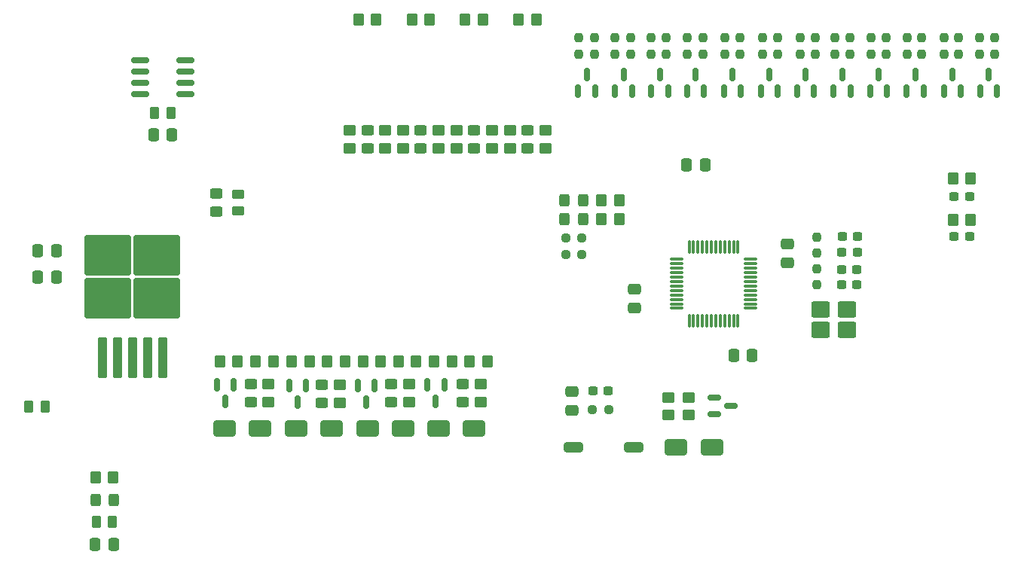
<source format=gbr>
%TF.GenerationSoftware,KiCad,Pcbnew,9.0.3*%
%TF.CreationDate,2025-09-06T19:42:56+07:00*%
%TF.ProjectId,Ex1,4578312e-6b69-4636-9164-5f7063625858,rev?*%
%TF.SameCoordinates,Original*%
%TF.FileFunction,Paste,Top*%
%TF.FilePolarity,Positive*%
%FSLAX46Y46*%
G04 Gerber Fmt 4.6, Leading zero omitted, Abs format (unit mm)*
G04 Created by KiCad (PCBNEW 9.0.3) date 2025-09-06 19:42:56*
%MOMM*%
%LPD*%
G01*
G04 APERTURE LIST*
G04 Aperture macros list*
%AMRoundRect*
0 Rectangle with rounded corners*
0 $1 Rounding radius*
0 $2 $3 $4 $5 $6 $7 $8 $9 X,Y pos of 4 corners*
0 Add a 4 corners polygon primitive as box body*
4,1,4,$2,$3,$4,$5,$6,$7,$8,$9,$2,$3,0*
0 Add four circle primitives for the rounded corners*
1,1,$1+$1,$2,$3*
1,1,$1+$1,$4,$5*
1,1,$1+$1,$6,$7*
1,1,$1+$1,$8,$9*
0 Add four rect primitives between the rounded corners*
20,1,$1+$1,$2,$3,$4,$5,0*
20,1,$1+$1,$4,$5,$6,$7,0*
20,1,$1+$1,$6,$7,$8,$9,0*
20,1,$1+$1,$8,$9,$2,$3,0*%
G04 Aperture macros list end*
%ADD10RoundRect,0.250000X-0.350000X-0.450000X0.350000X-0.450000X0.350000X0.450000X-0.350000X0.450000X0*%
%ADD11RoundRect,0.250000X0.450000X-0.350000X0.450000X0.350000X-0.450000X0.350000X-0.450000X-0.350000X0*%
%ADD12RoundRect,0.237500X0.237500X-0.250000X0.237500X0.250000X-0.237500X0.250000X-0.237500X-0.250000X0*%
%ADD13RoundRect,0.150000X0.150000X-0.587500X0.150000X0.587500X-0.150000X0.587500X-0.150000X-0.587500X0*%
%ADD14RoundRect,0.250000X0.262500X0.450000X-0.262500X0.450000X-0.262500X-0.450000X0.262500X-0.450000X0*%
%ADD15RoundRect,0.250000X-0.337500X-0.475000X0.337500X-0.475000X0.337500X0.475000X-0.337500X0.475000X0*%
%ADD16RoundRect,0.250000X0.450000X-0.325000X0.450000X0.325000X-0.450000X0.325000X-0.450000X-0.325000X0*%
%ADD17RoundRect,0.237500X0.300000X0.237500X-0.300000X0.237500X-0.300000X-0.237500X0.300000X-0.237500X0*%
%ADD18RoundRect,0.250000X-0.450000X0.325000X-0.450000X-0.325000X0.450000X-0.325000X0.450000X0.325000X0*%
%ADD19RoundRect,0.162500X0.825000X0.162500X-0.825000X0.162500X-0.825000X-0.162500X0.825000X-0.162500X0*%
%ADD20RoundRect,0.250000X-0.450000X0.262500X-0.450000X-0.262500X0.450000X-0.262500X0.450000X0.262500X0*%
%ADD21RoundRect,0.250000X0.350000X0.450000X-0.350000X0.450000X-0.350000X-0.450000X0.350000X-0.450000X0*%
%ADD22RoundRect,0.250000X-0.450000X0.350000X-0.450000X-0.350000X0.450000X-0.350000X0.450000X0.350000X0*%
%ADD23RoundRect,0.250000X0.475000X-0.337500X0.475000X0.337500X-0.475000X0.337500X-0.475000X-0.337500X0*%
%ADD24RoundRect,0.250000X0.337500X0.475000X-0.337500X0.475000X-0.337500X-0.475000X0.337500X-0.475000X0*%
%ADD25RoundRect,0.250000X1.000000X0.650000X-1.000000X0.650000X-1.000000X-0.650000X1.000000X-0.650000X0*%
%ADD26RoundRect,0.237500X0.250000X0.237500X-0.250000X0.237500X-0.250000X-0.237500X0.250000X-0.237500X0*%
%ADD27RoundRect,0.250000X-0.262500X-0.450000X0.262500X-0.450000X0.262500X0.450000X-0.262500X0.450000X0*%
%ADD28RoundRect,0.250000X-0.475000X0.337500X-0.475000X-0.337500X0.475000X-0.337500X0.475000X0.337500X0*%
%ADD29RoundRect,0.237500X-0.250000X-0.237500X0.250000X-0.237500X0.250000X0.237500X-0.250000X0.237500X0*%
%ADD30RoundRect,0.250000X0.325000X0.450000X-0.325000X0.450000X-0.325000X-0.450000X0.325000X-0.450000X0*%
%ADD31RoundRect,0.250000X-0.325000X-0.450000X0.325000X-0.450000X0.325000X0.450000X-0.325000X0.450000X0*%
%ADD32RoundRect,0.150000X-0.150000X0.587500X-0.150000X-0.587500X0.150000X-0.587500X0.150000X0.587500X0*%
%ADD33RoundRect,0.075000X0.662500X0.075000X-0.662500X0.075000X-0.662500X-0.075000X0.662500X-0.075000X0*%
%ADD34RoundRect,0.075000X0.075000X0.662500X-0.075000X0.662500X-0.075000X-0.662500X0.075000X-0.662500X0*%
%ADD35RoundRect,0.250000X2.375000X-2.025000X2.375000X2.025000X-2.375000X2.025000X-2.375000X-2.025000X0*%
%ADD36RoundRect,0.250000X0.300000X-2.050000X0.300000X2.050000X-0.300000X2.050000X-0.300000X-2.050000X0*%
%ADD37RoundRect,0.250000X0.800000X0.650000X-0.800000X0.650000X-0.800000X-0.650000X0.800000X-0.650000X0*%
%ADD38RoundRect,0.150000X-0.587500X-0.150000X0.587500X-0.150000X0.587500X0.150000X-0.587500X0.150000X0*%
%ADD39RoundRect,0.250000X-1.000000X-0.650000X1.000000X-0.650000X1.000000X0.650000X-1.000000X0.650000X0*%
%ADD40RoundRect,0.237500X-0.300000X-0.237500X0.300000X-0.237500X0.300000X0.237500X-0.300000X0.237500X0*%
%ADD41RoundRect,0.250000X-0.830000X-0.310000X0.830000X-0.310000X0.830000X0.310000X-0.830000X0.310000X0*%
G04 APERTURE END LIST*
D10*
%TO.C,R28*%
X107500000Y-81000000D03*
X109500000Y-81000000D03*
%TD*%
D11*
%TO.C,R22*%
X128000000Y-57000000D03*
X128000000Y-55000000D03*
%TD*%
D10*
%TO.C,R32*%
X111500000Y-81000000D03*
X113500000Y-81000000D03*
%TD*%
D12*
%TO.C,R57*%
X170300000Y-46412500D03*
X170300000Y-44587500D03*
%TD*%
D10*
%TO.C,R39*%
X177800000Y-60410000D03*
X179800000Y-60410000D03*
%TD*%
D13*
%TO.C,Q8*%
X143900000Y-50600000D03*
X145800000Y-50600000D03*
X144850000Y-48725000D03*
%TD*%
D14*
%TO.C,R1*%
X75800000Y-86000000D03*
X73975000Y-86000000D03*
%TD*%
D11*
%TO.C,R17*%
X120000000Y-57000000D03*
X120000000Y-55000000D03*
%TD*%
D15*
%TO.C,C6*%
X74962500Y-71500000D03*
X77037500Y-71500000D03*
%TD*%
D13*
%TO.C,Q13*%
X164400000Y-50600000D03*
X166300000Y-50600000D03*
X165350000Y-48725000D03*
%TD*%
D12*
%TO.C,R62*%
X176800000Y-46412500D03*
X176800000Y-44587500D03*
%TD*%
D16*
%TO.C,D14*%
X106900000Y-85625000D03*
X106900000Y-83575000D03*
%TD*%
D17*
%TO.C,C9*%
X179662500Y-62410000D03*
X177937500Y-62410000D03*
%TD*%
D12*
%TO.C,R6*%
X135750000Y-46412500D03*
X135750000Y-44587500D03*
%TD*%
D18*
%TO.C,D5*%
X95000000Y-62062500D03*
X95000000Y-64112500D03*
%TD*%
D19*
%TO.C,U2*%
X91537500Y-50905000D03*
X91537500Y-49635000D03*
X91537500Y-48365000D03*
X91537500Y-47095000D03*
X86462500Y-47095000D03*
X86462500Y-48365000D03*
X86462500Y-49635000D03*
X86462500Y-50905000D03*
%TD*%
D13*
%TO.C,Q14*%
X168500000Y-50600000D03*
X170400000Y-50600000D03*
X169450000Y-48725000D03*
%TD*%
D20*
%TO.C,R5*%
X97500000Y-62175000D03*
X97500000Y-64000000D03*
%TD*%
D12*
%TO.C,R58*%
X168600000Y-46412500D03*
X168600000Y-44587500D03*
%TD*%
D10*
%TO.C,R34*%
X123500000Y-81000000D03*
X125500000Y-81000000D03*
%TD*%
D18*
%TO.C,D9*%
X118000000Y-54975000D03*
X118000000Y-57025000D03*
%TD*%
D10*
%TO.C,R31*%
X115500000Y-81000000D03*
X117500000Y-81000000D03*
%TD*%
D21*
%TO.C,R10*%
X140300000Y-62800000D03*
X138300000Y-62800000D03*
%TD*%
D17*
%TO.C,C11*%
X167062500Y-66900000D03*
X165337500Y-66900000D03*
%TD*%
D15*
%TO.C,C4*%
X81425000Y-101500000D03*
X83500000Y-101500000D03*
%TD*%
D12*
%TO.C,R48*%
X147950000Y-46412500D03*
X147950000Y-44587500D03*
%TD*%
D22*
%TO.C,R25*%
X100900000Y-83500000D03*
X100900000Y-85500000D03*
%TD*%
D12*
%TO.C,R52*%
X156400000Y-46412500D03*
X156400000Y-44587500D03*
%TD*%
D11*
%TO.C,R15*%
X114000000Y-56975000D03*
X114000000Y-54975000D03*
%TD*%
D12*
%TO.C,R49*%
X153900000Y-46412500D03*
X153900000Y-44587500D03*
%TD*%
%TO.C,R63*%
X182500000Y-46412500D03*
X182500000Y-44587500D03*
%TD*%
D23*
%TO.C,0.1uF3*%
X134985000Y-86437500D03*
X134985000Y-84362500D03*
%TD*%
D12*
%TO.C,R53*%
X162300000Y-46412500D03*
X162300000Y-44587500D03*
%TD*%
D22*
%TO.C,R38*%
X148100000Y-85000000D03*
X148100000Y-87000000D03*
%TD*%
D24*
%TO.C,C8*%
X90037500Y-55500000D03*
X87962500Y-55500000D03*
%TD*%
D25*
%TO.C,D15*%
X108000000Y-88500000D03*
X104000000Y-88500000D03*
%TD*%
D26*
%TO.C,R8*%
X136112500Y-68900000D03*
X134287500Y-68900000D03*
%TD*%
D12*
%TO.C,R42*%
X137500000Y-46400000D03*
X137500000Y-44575000D03*
%TD*%
%TO.C,R44*%
X139850000Y-46412500D03*
X139850000Y-44587500D03*
%TD*%
D25*
%TO.C,D12*%
X99917500Y-88500000D03*
X95917500Y-88500000D03*
%TD*%
D27*
%TO.C,R3*%
X81550000Y-99000000D03*
X83375000Y-99000000D03*
%TD*%
D28*
%TO.C,0.1uF5*%
X159200000Y-67762500D03*
X159200000Y-69837500D03*
%TD*%
D13*
%TO.C,Q15*%
X172600000Y-50600000D03*
X174500000Y-50600000D03*
X173550000Y-48725000D03*
%TD*%
D12*
%TO.C,R51*%
X158100000Y-46412500D03*
X158100000Y-44587500D03*
%TD*%
D10*
%TO.C,R26*%
X95417500Y-81000000D03*
X97417500Y-81000000D03*
%TD*%
D29*
%TO.C,R7*%
X134287500Y-67100000D03*
X136112500Y-67100000D03*
%TD*%
D21*
%TO.C,R2*%
X83462500Y-94000000D03*
X81462500Y-94000000D03*
%TD*%
D30*
%TO.C,D6*%
X136225000Y-65000000D03*
X134175000Y-65000000D03*
%TD*%
D13*
%TO.C,Q10*%
X152050000Y-50600000D03*
X153950000Y-50600000D03*
X153000000Y-48725000D03*
%TD*%
D31*
%TO.C,D3*%
X81462500Y-96500000D03*
X83512500Y-96500000D03*
%TD*%
D25*
%TO.C,D19*%
X124000000Y-88500000D03*
X120000000Y-88500000D03*
%TD*%
D12*
%TO.C,R12*%
X162500000Y-72362500D03*
X162500000Y-70537500D03*
%TD*%
D11*
%TO.C,R14*%
X110000000Y-56975000D03*
X110000000Y-54975000D03*
%TD*%
D25*
%TO.C,D17*%
X116000000Y-88500000D03*
X112000000Y-88500000D03*
%TD*%
D32*
%TO.C,Q4*%
X120650000Y-83562500D03*
X118750000Y-83562500D03*
X119700000Y-85437500D03*
%TD*%
D22*
%TO.C,R36*%
X124700000Y-83500000D03*
X124700000Y-85500000D03*
%TD*%
%TO.C,R33*%
X116700000Y-83500000D03*
X116700000Y-85500000D03*
%TD*%
D12*
%TO.C,R61*%
X178400000Y-46412500D03*
X178400000Y-44587500D03*
%TD*%
D18*
%TO.C,D10*%
X124000000Y-54950000D03*
X124000000Y-57000000D03*
%TD*%
D11*
%TO.C,R37*%
X145800000Y-87000000D03*
X145800000Y-85000000D03*
%TD*%
D33*
%TO.C,U5*%
X155062500Y-74987500D03*
X155062500Y-74487500D03*
X155062500Y-73987500D03*
X155062500Y-73487500D03*
X155062500Y-72987500D03*
X155062500Y-72487500D03*
X155062500Y-71987500D03*
X155062500Y-71487500D03*
X155062500Y-70987500D03*
X155062500Y-70487500D03*
X155062500Y-69987500D03*
X155062500Y-69487500D03*
D34*
X153650000Y-68075000D03*
X153150000Y-68075000D03*
X152650000Y-68075000D03*
X152150000Y-68075000D03*
X151650000Y-68075000D03*
X151150000Y-68075000D03*
X150650000Y-68075000D03*
X150150000Y-68075000D03*
X149650000Y-68075000D03*
X149150000Y-68075000D03*
X148650000Y-68075000D03*
X148150000Y-68075000D03*
D33*
X146737500Y-69487500D03*
X146737500Y-69987500D03*
X146737500Y-70487500D03*
X146737500Y-70987500D03*
X146737500Y-71487500D03*
X146737500Y-71987500D03*
X146737500Y-72487500D03*
X146737500Y-72987500D03*
X146737500Y-73487500D03*
X146737500Y-73987500D03*
X146737500Y-74487500D03*
X146737500Y-74987500D03*
D34*
X148150000Y-76400000D03*
X148650000Y-76400000D03*
X149150000Y-76400000D03*
X149650000Y-76400000D03*
X150150000Y-76400000D03*
X150650000Y-76400000D03*
X151150000Y-76400000D03*
X151650000Y-76400000D03*
X152150000Y-76400000D03*
X152650000Y-76400000D03*
X153150000Y-76400000D03*
X153650000Y-76400000D03*
%TD*%
D13*
%TO.C,Q6*%
X139850000Y-50600000D03*
X141750000Y-50600000D03*
X140800000Y-48725000D03*
%TD*%
D27*
%TO.C,R4*%
X88087500Y-53000000D03*
X89912500Y-53000000D03*
%TD*%
D10*
%TO.C,R24*%
X129000000Y-42500000D03*
X131000000Y-42500000D03*
%TD*%
D13*
%TO.C,Q16*%
X176800000Y-50600000D03*
X178700000Y-50600000D03*
X177750000Y-48725000D03*
%TD*%
D18*
%TO.C,D8*%
X112000000Y-54950000D03*
X112000000Y-57000000D03*
%TD*%
D13*
%TO.C,Q12*%
X160300000Y-50600000D03*
X162200000Y-50600000D03*
X161250000Y-48725000D03*
%TD*%
D12*
%TO.C,R55*%
X166200000Y-46412500D03*
X166200000Y-44587500D03*
%TD*%
%TO.C,R56*%
X164550000Y-46412500D03*
X164550000Y-44587500D03*
%TD*%
D35*
%TO.C,U1*%
X82825000Y-73850000D03*
X88375000Y-73850000D03*
X82825000Y-69000000D03*
X88375000Y-69000000D03*
D36*
X82200000Y-80575000D03*
X83900000Y-80575000D03*
X85600000Y-80575000D03*
X87300000Y-80575000D03*
X89000000Y-80575000D03*
%TD*%
D12*
%TO.C,R60*%
X172650000Y-46412500D03*
X172650000Y-44587500D03*
%TD*%
D17*
%TO.C,C14*%
X139047500Y-84300000D03*
X137322500Y-84300000D03*
%TD*%
D30*
%TO.C,D7*%
X136225000Y-62800000D03*
X134175000Y-62800000D03*
%TD*%
D12*
%TO.C,R54*%
X160600000Y-46412500D03*
X160600000Y-44587500D03*
%TD*%
D17*
%TO.C,C13*%
X167000000Y-70600000D03*
X165275000Y-70600000D03*
%TD*%
%TO.C,C15*%
X179662500Y-66910000D03*
X177937500Y-66910000D03*
%TD*%
D10*
%TO.C,R18*%
X117000000Y-42500000D03*
X119000000Y-42500000D03*
%TD*%
D13*
%TO.C,Q11*%
X156200000Y-50600000D03*
X158100000Y-50600000D03*
X157150000Y-48725000D03*
%TD*%
D16*
%TO.C,D18*%
X122700000Y-85525000D03*
X122700000Y-83475000D03*
%TD*%
D37*
%TO.C,Y2*%
X165850000Y-75112500D03*
X162950000Y-75112500D03*
X162950000Y-77412500D03*
X165850000Y-77412500D03*
%TD*%
D12*
%TO.C,R47*%
X149700000Y-46412500D03*
X149700000Y-44587500D03*
%TD*%
D10*
%TO.C,R29*%
X103500000Y-81000000D03*
X105500000Y-81000000D03*
%TD*%
D38*
%TO.C,Q5*%
X151012500Y-85012500D03*
X151012500Y-86912500D03*
X152887500Y-85962500D03*
%TD*%
D13*
%TO.C,Q7*%
X135700000Y-50600000D03*
X137600000Y-50600000D03*
X136650000Y-48725000D03*
%TD*%
D11*
%TO.C,R16*%
X116000000Y-57000000D03*
X116000000Y-55000000D03*
%TD*%
D29*
%TO.C,R41*%
X137272500Y-86400000D03*
X139097500Y-86400000D03*
%TD*%
D32*
%TO.C,Q2*%
X105100000Y-83700000D03*
X103200000Y-83700000D03*
X104150000Y-85575000D03*
%TD*%
D11*
%TO.C,R19*%
X122000000Y-57000000D03*
X122000000Y-55000000D03*
%TD*%
D39*
%TO.C,D20*%
X146700000Y-90600000D03*
X150700000Y-90600000D03*
%TD*%
D12*
%TO.C,R45*%
X145600000Y-46400000D03*
X145600000Y-44575000D03*
%TD*%
D40*
%TO.C,C10*%
X165312500Y-68700000D03*
X167037500Y-68700000D03*
%TD*%
%TO.C,C12*%
X165275000Y-72300000D03*
X167000000Y-72300000D03*
%TD*%
D24*
%TO.C,0.1uF4*%
X155237500Y-80300000D03*
X153162500Y-80300000D03*
%TD*%
D15*
%TO.C,C2*%
X74962500Y-68500000D03*
X77037500Y-68500000D03*
%TD*%
D32*
%TO.C,Q1*%
X97000000Y-83600000D03*
X95100000Y-83600000D03*
X96050000Y-85475000D03*
%TD*%
D10*
%TO.C,R13*%
X111000000Y-42500000D03*
X113000000Y-42500000D03*
%TD*%
D12*
%TO.C,R11*%
X162500000Y-68787500D03*
X162500000Y-66962500D03*
%TD*%
D13*
%TO.C,Q17*%
X180850000Y-50600000D03*
X182750000Y-50600000D03*
X181800000Y-48725000D03*
%TD*%
D12*
%TO.C,R50*%
X152200000Y-46412500D03*
X152200000Y-44587500D03*
%TD*%
D13*
%TO.C,Q9*%
X147900000Y-50600000D03*
X149800000Y-50600000D03*
X148850000Y-48725000D03*
%TD*%
D11*
%TO.C,R23*%
X132000000Y-57000000D03*
X132000000Y-55000000D03*
%TD*%
D10*
%TO.C,R65*%
X177800000Y-65010000D03*
X179800000Y-65010000D03*
%TD*%
D12*
%TO.C,R46*%
X143900000Y-46412500D03*
X143900000Y-44587500D03*
%TD*%
D11*
%TO.C,R20*%
X126000000Y-56975000D03*
X126000000Y-54975000D03*
%TD*%
D22*
%TO.C,R30*%
X108900000Y-83600000D03*
X108900000Y-85600000D03*
%TD*%
D10*
%TO.C,R21*%
X123000000Y-42500000D03*
X125000000Y-42500000D03*
%TD*%
D18*
%TO.C,D11*%
X130000000Y-54975000D03*
X130000000Y-57025000D03*
%TD*%
D15*
%TO.C,0.1uF1*%
X147862500Y-58900000D03*
X149937500Y-58900000D03*
%TD*%
D16*
%TO.C,D13*%
X98900000Y-85525000D03*
X98900000Y-83475000D03*
%TD*%
D41*
%TO.C,SW3*%
X135170000Y-90600000D03*
X141900000Y-90600000D03*
%TD*%
D10*
%TO.C,R35*%
X119500000Y-81000000D03*
X121500000Y-81000000D03*
%TD*%
D21*
%TO.C,R9*%
X140300000Y-65000000D03*
X138300000Y-65000000D03*
%TD*%
D12*
%TO.C,R43*%
X141600000Y-46412500D03*
X141600000Y-44587500D03*
%TD*%
D23*
%TO.C,0.1uF2*%
X142000000Y-74937500D03*
X142000000Y-72862500D03*
%TD*%
D16*
%TO.C,D16*%
X114700000Y-85525000D03*
X114700000Y-83475000D03*
%TD*%
D12*
%TO.C,R64*%
X180800000Y-46412500D03*
X180800000Y-44587500D03*
%TD*%
D10*
%TO.C,R27*%
X99417500Y-81000000D03*
X101417500Y-81000000D03*
%TD*%
D12*
%TO.C,R59*%
X174300000Y-46412500D03*
X174300000Y-44587500D03*
%TD*%
D32*
%TO.C,Q3*%
X112800000Y-83700000D03*
X110900000Y-83700000D03*
X111850000Y-85575000D03*
%TD*%
M02*

</source>
